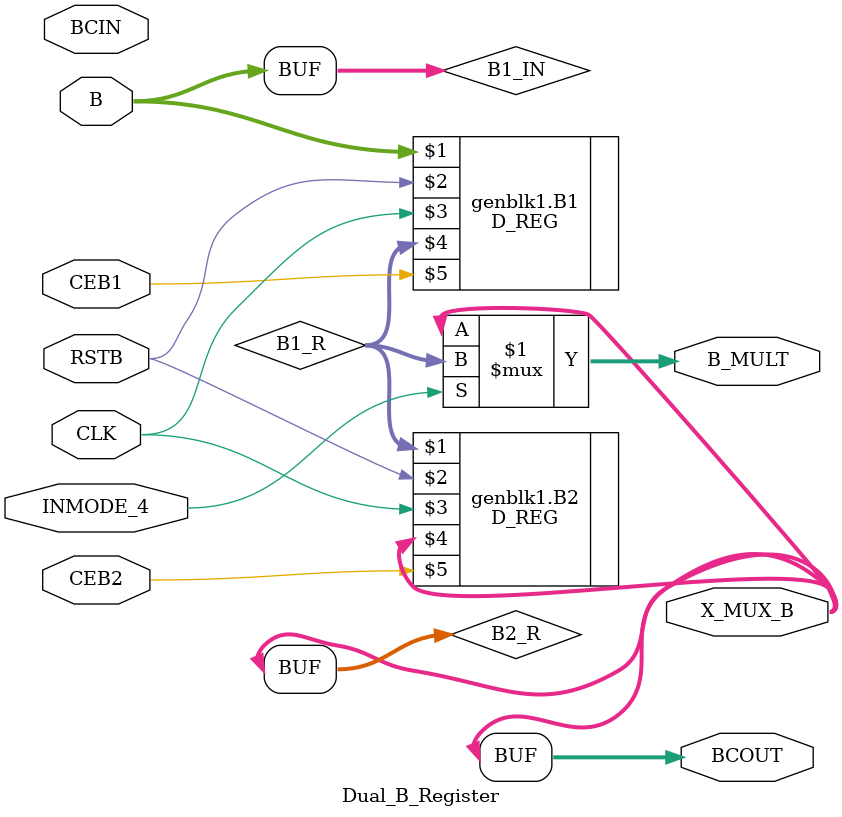
<source format=v>
module Dual_B_Register (B,BCIN,INMODE_4,BCOUT,B_MULT,X_MUX_B,CLK,CEB1,CEB2,RSTB);
parameter  BREG      = 2; // (0,1,2) Num of B input pipeline regs
parameter  B_INPUT   = "DIRECT";  // "DIRECT" or "CASCADE"
parameter  BCASCREG  = 2; // (0,1,2) Num of B cascade pipeline regs; must be <= BREG
input  signed[17:0] B,BCIN;
input INMODE_4,CLK,CEB1,CEB2,RSTB;
output signed [17:0] BCOUT,B_MULT,X_MUX_B;
wire   signed [17:0] B1_IN ;
wire   signed [17:0] B1_R,B2_R;
assign B1_IN  = (B_INPUT=="DIRECT")?B:BCIN;
assign X_MUX_B  = B2_R;
assign B_MULT = (INMODE_4)? B1_R : X_MUX_B;
assign BCOUT  = (BCASCREG==2)?B2_R:(BCASCREG==1)?B1_R:B1_IN;
generate
if(BREG==2) begin
D_REG #(.N(18)) B1(B1_IN,RSTB,CLK,B1_R,CEB1);
D_REG #(.N(18)) B2(B1_R,RSTB,CLK,B2_R,CEB2);
end
else if (BREG==1) begin
D_REG #(.N(18)) B1(B1_IN,RSTB,CLK,B1_R,CEB1);
assign B2_R=B1_R ;   
end
else begin
assign  B1_R=B1_IN; 
assign  B2_R=B1_R; 
end    
endgenerate
endmodule //Dual_B_Register
</source>
